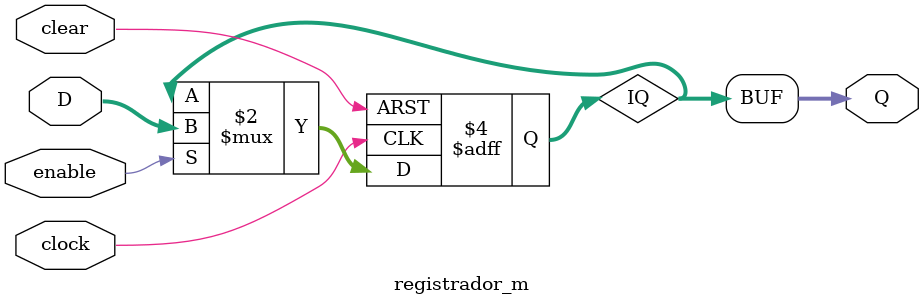
<source format=v>

module registrador_m #(
    parameter BITS = 4 
) (
    input        clock,
    input        clear,
    input        enable,
    input  [BITS-1:0] D,
    output [BITS-1:0] Q
);

    reg [BITS-1:0] IQ;

    always @(posedge clock or posedge clear) begin
        if (clear)
            IQ <= 0;
        else if (enable)
            IQ <= D;
    end

    assign Q = IQ;

endmodule

</source>
